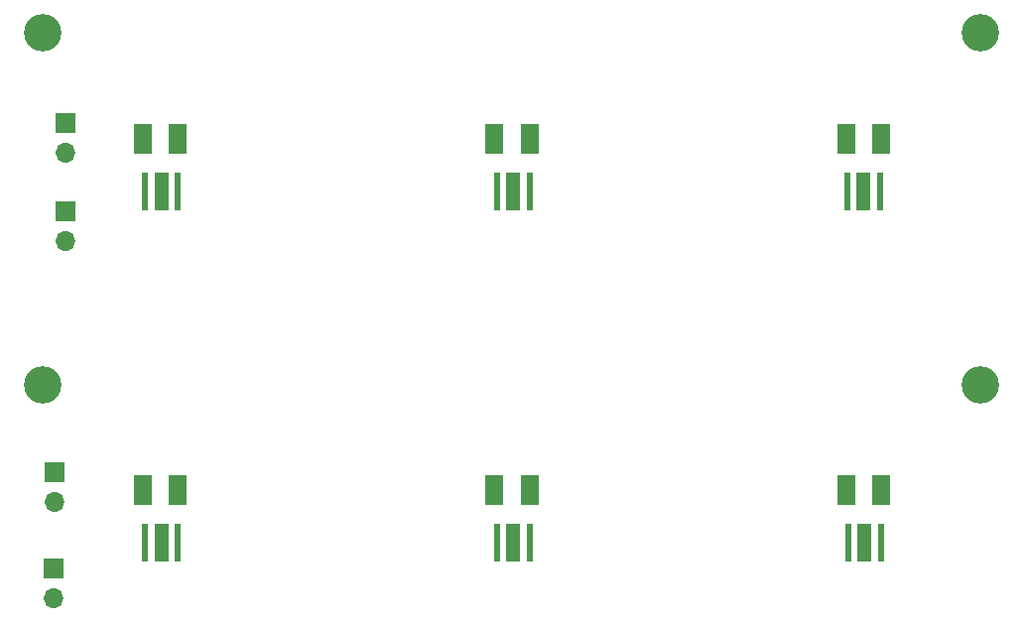
<source format=gbr>
%TF.GenerationSoftware,KiCad,Pcbnew,7.0.9-7.0.9~ubuntu22.04.1*%
%TF.CreationDate,2023-12-20T21:39:59+00:00*%
%TF.ProjectId,green_uv_led_pcb,67726565-6e5f-4757-965f-6c65645f7063,rev?*%
%TF.SameCoordinates,Original*%
%TF.FileFunction,Soldermask,Top*%
%TF.FilePolarity,Negative*%
%FSLAX46Y46*%
G04 Gerber Fmt 4.6, Leading zero omitted, Abs format (unit mm)*
G04 Created by KiCad (PCBNEW 7.0.9-7.0.9~ubuntu22.04.1) date 2023-12-20 21:39:59*
%MOMM*%
%LPD*%
G01*
G04 APERTURE LIST*
%ADD10R,1.500000X2.600000*%
%ADD11R,1.700000X1.700000*%
%ADD12O,1.700000X1.700000*%
%ADD13R,0.500000X3.300000*%
%ADD14R,1.300000X3.300000*%
%ADD15C,3.200000*%
G04 APERTURE END LIST*
D10*
%TO.C,D10*%
X141500000Y-107000000D03*
X138500000Y-107000000D03*
%TD*%
D11*
%TO.C,J4*%
X100900000Y-113700000D03*
D12*
X100900000Y-116240000D03*
%TD*%
D13*
%TO.C,D6*%
X141500000Y-81500000D03*
X138700000Y-81500000D03*
D14*
X140100000Y-81500000D03*
%TD*%
D11*
%TO.C,J2*%
X101900000Y-83200000D03*
D12*
X101900000Y-85740000D03*
%TD*%
D11*
%TO.C,J3*%
X101000000Y-105460000D03*
D12*
X101000000Y-108000000D03*
%TD*%
D13*
%TO.C,D7*%
X171400000Y-81500000D03*
X168600000Y-81500000D03*
D14*
X170000000Y-81500000D03*
%TD*%
D10*
%TO.C,D3*%
X171500000Y-77000000D03*
X168500000Y-77000000D03*
%TD*%
D13*
%TO.C,D14*%
X141500000Y-111500000D03*
X138700000Y-111500000D03*
D14*
X140100000Y-111500000D03*
%TD*%
D15*
%TO.C,H2*%
X180000000Y-68000000D03*
%TD*%
D10*
%TO.C,D11*%
X171500000Y-107000000D03*
X168500000Y-107000000D03*
%TD*%
%TO.C,D2*%
X141500000Y-77000000D03*
X138500000Y-77000000D03*
%TD*%
D15*
%TO.C,H3*%
X100000000Y-98000000D03*
%TD*%
D10*
%TO.C,D9*%
X111500000Y-107000000D03*
X108500000Y-107000000D03*
%TD*%
D15*
%TO.C,H4*%
X180000000Y-98000000D03*
%TD*%
D11*
%TO.C,J1*%
X101900000Y-75700000D03*
D12*
X101900000Y-78240000D03*
%TD*%
D10*
%TO.C,D1*%
X111500000Y-77000000D03*
X108500000Y-77000000D03*
%TD*%
D13*
%TO.C,D5*%
X111500000Y-81500000D03*
X108700000Y-81500000D03*
D14*
X110100000Y-81500000D03*
%TD*%
D13*
%TO.C,D13*%
X111500000Y-111500000D03*
X108700000Y-111500000D03*
D14*
X110100000Y-111500000D03*
%TD*%
D15*
%TO.C,H1*%
X100000000Y-68000000D03*
%TD*%
D13*
%TO.C,D15*%
X171500000Y-111500000D03*
X168700000Y-111500000D03*
D14*
X170100000Y-111500000D03*
%TD*%
M02*

</source>
